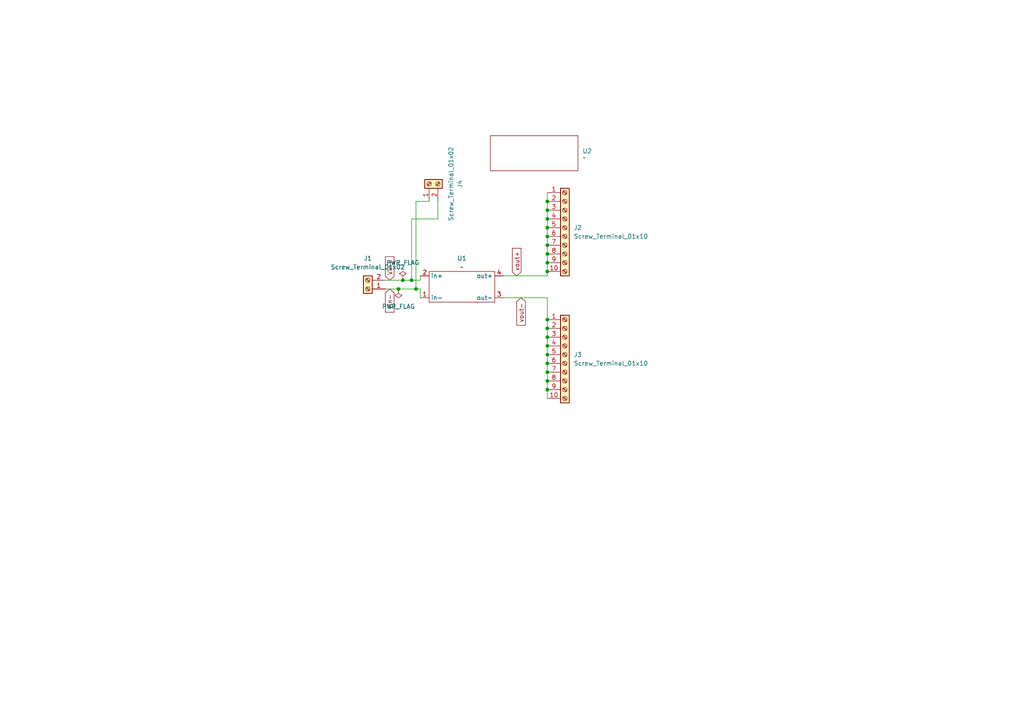
<source format=kicad_sch>
(kicad_sch (version 20231120) (generator "eeschema") (generator_version "8.0")
  (paper "A4")
  (lib_symbols
    (symbol "Boost:stps_boost"
      (property "Reference" "U?" (at -0.508 2.794 0))
      (symbol "stps_boost_0_1"
        (rectangle (start -11.43 1.27) (end 13.97 -8.89))
      )
    )
    (symbol "Connector:Screw_Terminal_01x02" (pin_names (offset 1.016) hide)
      (property "Reference" "J" (at 0 2.54 0))
      (property "Value" "Screw_Terminal_01x02" (at 0 -5.08 0))
      (symbol "Screw_Terminal_01x02_1_1"
        (rectangle (start -1.27 1.27) (end 1.27 -3.81) (stroke (width 0.254)) (fill (type background)))
        (circle (center 0 -2.54) (radius 0.635) (stroke (width 0.1524)))
        (polyline (pts (xy -0.5334 -2.2098) (xy 0.3302 -3.048)) (stroke (width 0.1524)))
        (polyline (pts (xy -0.5334 0.3302) (xy 0.3302 -0.508)) (stroke (width 0.1524)))
        (polyline (pts (xy -0.3556 -2.032) (xy 0.508 -2.8702)) (stroke (width 0.1524)))
        (polyline (pts (xy -0.3556 0.508) (xy 0.508 -0.3302)) (stroke (width 0.1524)))
        (circle (center 0 0) (radius 0.635) (stroke (width 0.1524)))
        (pin passive line (at -5.08 0 0) (length 3.81) (name "Pin_1") (number "1"))
        (pin passive line (at -5.08 -2.54 0) (length 3.81) (name "Pin_2") (number "2"))
      )
    )
    (symbol "Connector:Screw_Terminal_01x10" (pin_names (offset 1.016) hide)
      (property "Reference" "J" (at 0 12.7 0))
      (property "Value" "Screw_Terminal_01x10" (at 0 -15.24 0))
      (symbol "Screw_Terminal_01x10_1_1"
        (rectangle (start -1.27 11.43) (end 1.27 -13.97) (stroke (width 0.254)) (fill (type background)))
        (circle (center 0 -12.7) (radius 0.635) (stroke (width 0.1524)))
        (circle (center 0 -10.16) (radius 0.635) (stroke (width 0.1524)))
        (circle (center 0 -7.62) (radius 0.635) (stroke (width 0.1524)))
        (circle (center 0 -5.08) (radius 0.635) (stroke (width 0.1524)))
        (circle (center 0 -2.54) (radius 0.635) (stroke (width 0.1524)))
        (polyline (pts (xy -0.5334 -12.3698) (xy 0.3302 -13.208)) (stroke (width 0.1524)))
        (polyline (pts (xy -0.5334 -9.8298) (xy 0.3302 -10.668)) (stroke (width 0.1524)))
        (polyline (pts (xy -0.5334 -7.2898) (xy 0.3302 -8.128)) (stroke (width 0.1524)))
        (polyline (pts (xy -0.5334 -4.7498) (xy 0.3302 -5.588)) (stroke (width 0.1524)))
        (polyline (pts (xy -0.5334 -2.2098) (xy 0.3302 -3.048)) (stroke (width 0.1524)))
        (polyline (pts (xy -0.5334 0.3302) (xy 0.3302 -0.508)) (stroke (width 0.1524)))
        (polyline (pts (xy -0.5334 2.8702) (xy 0.3302 2.032)) (stroke (width 0.1524)))
        (polyline (pts (xy -0.5334 5.4102) (xy 0.3302 4.572)) (stroke (width 0.1524)))
        (polyline (pts (xy -0.5334 7.9502) (xy 0.3302 7.112)) (stroke (width 0.1524)))
        (polyline (pts (xy -0.5334 10.4902) (xy 0.3302 9.652)) (stroke (width 0.1524)))
        (polyline (pts (xy -0.3556 -12.192) (xy 0.508 -13.0302)) (stroke (width 0.1524)))
        (polyline (pts (xy -0.3556 -9.652) (xy 0.508 -10.4902)) (stroke (width 0.1524)))
        (polyline (pts (xy -0.3556 -7.112) (xy 0.508 -7.9502)) (stroke (width 0.1524)))
        (polyline (pts (xy -0.3556 -4.572) (xy 0.508 -5.4102)) (stroke (width 0.1524)))
        (polyline (pts (xy -0.3556 -2.032) (xy 0.508 -2.8702)) (stroke (width 0.1524)))
        (polyline (pts (xy -0.3556 0.508) (xy 0.508 -0.3302)) (stroke (width 0.1524)))
        (polyline (pts (xy -0.3556 3.048) (xy 0.508 2.2098)) (stroke (width 0.1524)))
        (polyline (pts (xy -0.3556 5.588) (xy 0.508 4.7498)) (stroke (width 0.1524)))
        (polyline (pts (xy -0.3556 8.128) (xy 0.508 7.2898)) (stroke (width 0.1524)))
        (polyline (pts (xy -0.3556 10.668) (xy 0.508 9.8298)) (stroke (width 0.1524)))
        (circle (center 0 0) (radius 0.635) (stroke (width 0.1524)))
        (circle (center 0 2.54) (radius 0.635) (stroke (width 0.1524)))
        (circle (center 0 5.08) (radius 0.635) (stroke (width 0.1524)))
        (circle (center 0 7.62) (radius 0.635) (stroke (width 0.1524)))
        (circle (center 0 10.16) (radius 0.635) (stroke (width 0.1524)))
        (pin passive line (at -5.08 10.16 0) (length 3.81) (name "Pin_1") (number "1"))
        (pin passive line (at -5.08 -12.7 0) (length 3.81) (name "Pin_10") (number "10"))
        (pin passive line (at -5.08 7.62 0) (length 3.81) (name "Pin_2") (number "2"))
        (pin passive line (at -5.08 5.08 0) (length 3.81) (name "Pin_3") (number "3"))
        (pin passive line (at -5.08 2.54 0) (length 3.81) (name "Pin_4") (number "4"))
        (pin passive line (at -5.08 0 0) (length 3.81) (name "Pin_5") (number "5"))
        (pin passive line (at -5.08 -2.54 0) (length 3.81) (name "Pin_6") (number "6"))
        (pin passive line (at -5.08 -5.08 0) (length 3.81) (name "Pin_7") (number "7"))
        (pin passive line (at -5.08 -7.62 0) (length 3.81) (name "Pin_8") (number "8"))
        (pin passive line (at -5.08 -10.16 0) (length 3.81) (name "Pin_9") (number "9"))
      )
    )
    (symbol "Converter_DCDC:LM2596_dev_board"
      (property "Reference" "U?" (at 0.254 13.716 0))
      (symbol "LM2596_dev_board_0_1"
        (rectangle (start 0 0) (end 19.05 8.89))
      )
      (symbol "LM2596_dev_board_1_1"
        (pin input line (at -2.54 1.27 0) (length 2.54) (name "in-") (number "1"))
        (pin input line (at -2.54 7.62 0) (length 2.54) (name "in+") (number "2"))
        (pin output line (at 21.59 1.27 180) (length 2.54) (name "out-") (number "3"))
        (pin output line (at 21.59 7.62 180) (length 2.54) (name "out+") (number "4"))
      )
    )
    (symbol "power:PWR_FLAG" (power) (pin_numbers hide) (pin_names (offset 0) hide)
      (property "Value" "PWR_FLAG" (at 0 3.81 0))
      (symbol "PWR_FLAG_0_0"
        (pin power_out line (at 0 0 90) (length 0) (name "~") (number "1"))
      )
      (symbol "PWR_FLAG_0_1"
        (polyline (pts (xy 0 0) (xy 0 1.27) (xy -1.016 1.905) (xy 0 2.54) (xy 1.016 1.905) (xy 0 1.27)))
      )
    )
  )
  (junction (at 115.57 83.82))
  (junction (at 158.75 107.95))
  (junction (at 158.75 63.5))
  (junction (at 158.75 92.71))
  (junction (at 158.75 105.41))
  (junction (at 120.65 83.82))
  (junction (at 158.75 73.66))
  (junction (at 158.75 66.04))
  (junction (at 158.75 60.96))
  (junction (at 116.84 81.28))
  (junction (at 158.75 71.12))
  (junction (at 158.75 110.49))
  (junction (at 158.75 100.33))
  (junction (at 158.75 76.2))
  (junction (at 158.75 95.25))
  (junction (at 158.75 68.58))
  (junction (at 158.75 113.03))
  (junction (at 119.38 81.28))
  (junction (at 158.75 102.87))
  (junction (at 158.75 97.79))
  (junction (at 158.75 78.74))
  (junction (at 158.75 58.42))
  (wire (pts (xy 127 63.5) (xy 127 58.42)))
  (wire (pts (xy 158.75 68.58) (xy 158.75 66.04)))
  (wire (pts (xy 158.75 100.33) (xy 158.75 102.87)))
  (wire (pts (xy 158.75 73.66) (xy 158.75 71.12)))
  (wire (pts (xy 158.75 110.49) (xy 158.75 113.03)))
  (wire (pts (xy 158.75 66.04) (xy 158.75 63.5)))
  (wire (pts (xy 158.75 63.5) (xy 158.75 60.96)))
  (wire (pts (xy 158.75 95.25) (xy 158.75 97.79)))
  (wire (pts (xy 146.05 86.36) (xy 158.75 86.36)))
  (wire (pts (xy 120.65 58.42) (xy 124.46 58.42)))
  (wire (pts (xy 120.65 83.82) (xy 121.92 83.82)))
  (wire (pts (xy 119.38 63.5) (xy 127 63.5)))
  (wire (pts (xy 111.76 81.28) (xy 116.84 81.28)))
  (wire (pts (xy 158.75 58.42) (xy 158.75 55.88)))
  (wire (pts (xy 121.92 81.28) (xy 121.92 80.01)))
  (wire (pts (xy 119.38 81.28) (xy 121.92 81.28)))
  (wire (pts (xy 158.75 86.36) (xy 158.75 92.71)))
  (wire (pts (xy 146.05 80.01) (xy 158.75 80.01)))
  (wire (pts (xy 158.75 113.03) (xy 158.75 115.57)))
  (wire (pts (xy 158.75 60.96) (xy 158.75 58.42)))
  (wire (pts (xy 158.75 80.01) (xy 158.75 78.74)))
  (wire (pts (xy 115.57 83.82) (xy 120.65 83.82)))
  (wire (pts (xy 116.84 81.28) (xy 119.38 81.28)))
  (wire (pts (xy 111.76 83.82) (xy 115.57 83.82)))
  (wire (pts (xy 158.75 102.87) (xy 158.75 105.41)))
  (wire (pts (xy 158.75 78.74) (xy 158.75 76.2)))
  (wire (pts (xy 119.38 81.28) (xy 119.38 63.5)))
  (wire (pts (xy 158.75 76.2) (xy 158.75 73.66)))
  (wire (pts (xy 158.75 97.79) (xy 158.75 100.33)))
  (wire (pts (xy 120.65 83.82) (xy 120.65 58.42)))
  (wire (pts (xy 158.75 71.12) (xy 158.75 68.58)))
  (wire (pts (xy 121.92 83.82) (xy 121.92 86.36)))
  (wire (pts (xy 158.75 92.71) (xy 158.75 95.25)))
  (wire (pts (xy 158.75 105.41) (xy 158.75 107.95)))
  (wire (pts (xy 158.75 107.95) (xy 158.75 110.49)))
  (global_label "vout+" (shape input) (at 149.86 80.01 90) (property "Intersheetrefs" "${INTERSHEET_REFS}" (effects (hide yes))))
  (global_label "vout-" (shape input) (at 151.13 86.36 270) (property "Intersheetrefs" "${INTERSHEET_REFS}" (effects (hide yes))))
  (global_label "Vin+" (shape input) (at 113.03 81.28 90) (property "Intersheetrefs" "${INTERSHEET_REFS}" (effects (hide yes))))
  (global_label "vin-" (shape input) (at 113.03 83.82 270) (property "Intersheetrefs" "${INTERSHEET_REFS}" (effects (hide yes))))
  (symbol (lib_id "Converter_DCDC:LM2596_dev_board") (at 124.46 87.63 0) (unit 1)
    (property "Reference" "U1" (at 133.985 74.93 0))
    (property "Value" "~" (at 133.985 77.47 0))
    (property "Footprint" "LM2596_buck:LM2596-dev_board" (effects (hide yes)))
  )
  (symbol (lib_id "Connector:Screw_Terminal_01x10") (at 163.83 66.04 0) (unit 1)
    (property "Reference" "J2" (at 166.37 66.0399 0) (effects (justify left)))
    (property "Value" "Screw_Terminal_01x10" (at 166.37 68.5799 0) (effects (justify left)))
    (property "Footprint" "TerminalBlock:TerminalBlock_Xinya_XY308-2.54-10P_1x10_P2.54mm_Horizontal" (effects (hide yes)))
    (property "Description" "Generic screw terminal, single row, 01x10, script generated (kicad-library-utils/schlib/autogen/connector/)" (effects (hide yes)))
  )
  (symbol (lib_id "power:PWR_FLAG") (at 115.57 83.82 180) (unit 1)
    (property "Reference" "#FLG02" (effects (hide yes)))
    (property "Value" "PWR_FLAG" (at 115.57 88.9 0))
    (property "Description" "Special symbol for telling ERC where power comes from" (effects (hide yes)))
  )
  (symbol (lib_id "Boost:stps_boost") (at 153.67 40.64 0) (unit 1)
    (property "Reference" "U2" (at 168.91 43.8149 0) (effects (justify left)))
    (property "Value" "~" (at 168.91 45.72 0) (effects (justify left)))
    (property "Footprint" "CustomBoost:stps_boost" (effects (hide yes)))
  )
  (symbol (lib_id "Connector:Screw_Terminal_01x02") (at 106.68 83.82 180) (unit 1)
    (property "Reference" "J1" (at 106.68 74.93 0))
    (property "Value" "Screw_Terminal_01x02" (at 106.68 77.47 0))
    (property "Footprint" "custom_terminal:Barrier pins" (effects (hide yes)))
    (property "Description" "Generic screw terminal, single row, 01x02, script generated (kicad-library-utils/schlib/autogen/connector/)" (effects (hide yes)))
  )
  (symbol (lib_id "Connector:Screw_Terminal_01x10") (at 163.83 102.87 0) (unit 1)
    (property "Reference" "J3" (at 166.37 102.8699 0) (effects (justify left)))
    (property "Value" "Screw_Terminal_01x10" (at 166.37 105.4099 0) (effects (justify left)))
    (property "Footprint" "TerminalBlock:TerminalBlock_Xinya_XY308-2.54-10P_1x10_P2.54mm_Horizontal" (effects (hide yes)))
    (property "Description" "Generic screw terminal, single row, 01x10, script generated (kicad-library-utils/schlib/autogen/connector/)" (effects (hide yes)))
  )
  (symbol (lib_id "power:PWR_FLAG") (at 116.84 81.28 0) (unit 1)
    (property "Reference" "#FLG01" (effects (hide yes)))
    (property "Value" "PWR_FLAG" (at 116.84 76.2 0))
    (property "Description" "Special symbol for telling ERC where power comes from" (effects (hide yes)))
  )
  (symbol (lib_id "Connector:Screw_Terminal_01x02") (at 124.46 53.34 90) (unit 1)
    (property "Reference" "J4" (at 133.35 53.34 0))
    (property "Value" "Screw_Terminal_01x02" (at 130.81 53.34 0))
    (property "Footprint" "TerminalBlock:TerminalBlock_Xinya_XY308-2.54-2P_1x02_P2.54mm_Horizontal" (effects (hide yes)))
    (property "Description" "Generic screw terminal, single row, 01x02, script generated (kicad-library-utils/schlib/autogen/connector/)" (effects (hide yes)))
  )
)
</source>
